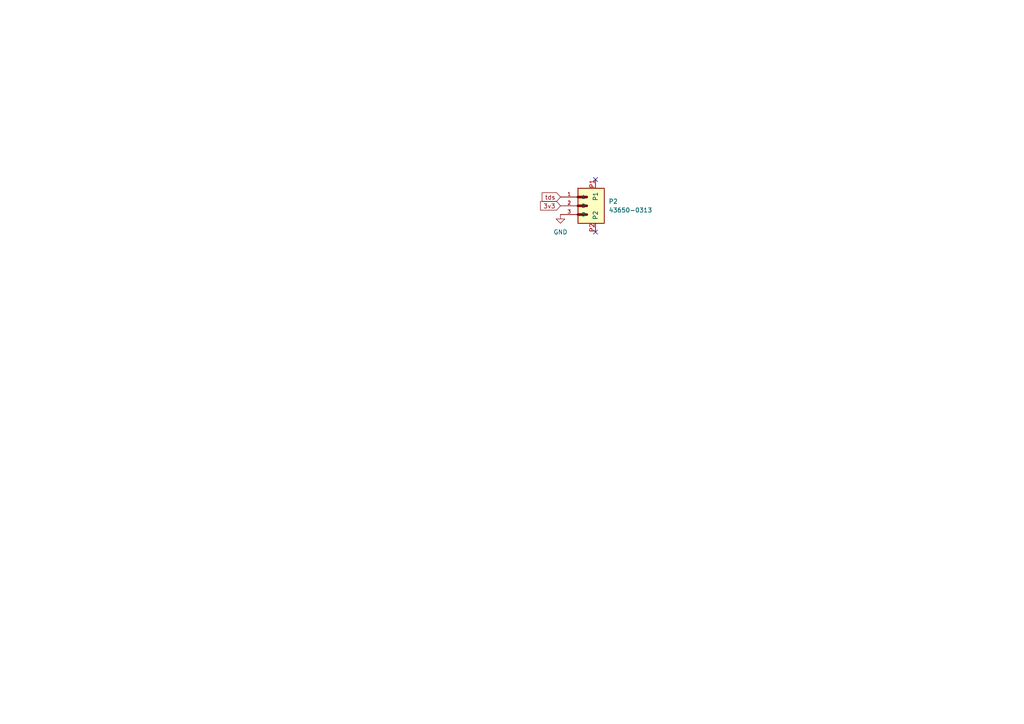
<source format=kicad_sch>
(kicad_sch (version 20211123) (generator eeschema)
  (paper "A4")
  (lib_symbols
    (symbol "Hydro:43650-0313" (pin_names (offset 1.016))
      (property "Reference" "P" (at 0 5.588 0))
      (property "Value" "43650-0313" (at 7.62 1.27 0))
      (symbol "43650-0313_0_0"
        (rectangle (start 0 -5.08) (end 7.62 5.08) (stroke (width 0.254)) (fill (type background)))
        (polyline (pts (xy 0 -2.54) (xy 2.54 -2.54)) (stroke (width 0.762)))
        (polyline (pts (xy 0 0) (xy 2.54 0)) (stroke (width 0.762)))
        (polyline (pts (xy 0 2.54) (xy 2.54 2.54)) (stroke (width 0.762)))
        (polyline (pts (xy 0 5.08) (xy 0 -5.08)) (stroke (width 0.254)))
        (pin passive line (at -5.08 2.54 0) (length 5.08) (name "1") (number "1"))
        (pin passive line (at -5.08 0 0) (length 5.08) (name "2") (number "2"))
        (pin passive line (at -5.08 -2.54 0) (length 5.08) (name "3") (number "3"))
      )
      (symbol "43650-0313_1_1"
        (pin input line (at 5.08 7.62 270) (length 2.54) (name "P1") (number "P1"))
        (pin input line (at 5.08 -7.62 90) (length 2.54) (name "P2") (number "P2"))
      )
    )
    (symbol "power:GND" (power) (pin_names (offset 0))
      (property "Value" "GND" (at 0 -3.81 0))
      (symbol "GND_0_1"
        (polyline (pts (xy 0 0) (xy 0 -1.27) (xy 1.27 -1.27) (xy 0 -2.54) (xy -1.27 -1.27) (xy 0 -1.27)))
      )
      (symbol "GND_1_1"
        (pin power_in line (at 0 0 270) (length 0) hide (name "GND") (number "1"))
      )
    )
  )
  (no_connect (at 172.72 67.31))
  (no_connect (at 172.72 52.07))
  (global_label "3v3" (shape input) (at 162.56 59.69 180) (property "Intersheet References" "${INTERSHEET_REFS}" (effects hide)))
  (global_label "tds" (shape input) (at 162.56 57.15 180) (property "Intersheet References" "${INTERSHEET_REFS}" (effects hide)))
  (symbol (lib_id "power:GND") (at 162.56 62.23 0) (unit 1)
    (property "Reference" "#PWR014" (effects hide))
    (property "Value" "GND" (at 162.56 67.31 0))
  )
  (symbol (lib_id "Hydro:43650-0313") (at 167.64 59.69 0) (unit 1)
    (property "Reference" "P2" (at 176.53 58.4199 0) (effects (justify left)))
    (property "Value" "43650-0313" (at 176.53 60.9599 0) (effects (justify left)))
    (property "Footprint" "MOLEX_43650-0313" (effects hide))
    (property "MANUFACTURER" "Molex" (effects hide))
  )
)
</source>
